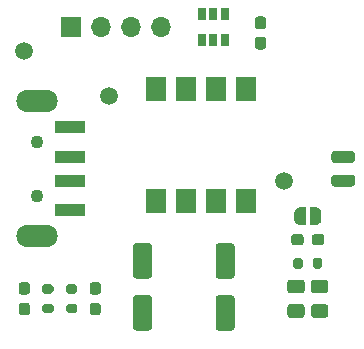
<source format=gts>
G04 #@! TF.GenerationSoftware,KiCad,Pcbnew,5.1.10*
G04 #@! TF.CreationDate,2021-09-07T22:45:51+08:00*
G04 #@! TF.ProjectId,nypx06,6e797078-3036-42e6-9b69-6361645f7063,rev?*
G04 #@! TF.SameCoordinates,Original*
G04 #@! TF.FileFunction,Soldermask,Top*
G04 #@! TF.FilePolarity,Negative*
%FSLAX46Y46*%
G04 Gerber Fmt 4.6, Leading zero omitted, Abs format (unit mm)*
G04 Created by KiCad (PCBNEW 5.1.10) date 2021-09-07 22:45:51*
%MOMM*%
%LPD*%
G01*
G04 APERTURE LIST*
%ADD10C,1.100000*%
%ADD11O,3.500000X1.900000*%
%ADD12R,2.500000X1.100000*%
%ADD13R,1.780000X2.000000*%
%ADD14R,0.650000X1.060000*%
%ADD15C,1.500000*%
%ADD16C,0.100000*%
%ADD17O,1.700000X1.700000*%
%ADD18R,1.700000X1.700000*%
G04 APERTURE END LIST*
G36*
G01*
X122037500Y-123175000D02*
X121562500Y-123175000D01*
G75*
G02*
X121325000Y-122937500I0J237500D01*
G01*
X121325000Y-122337500D01*
G75*
G02*
X121562500Y-122100000I237500J0D01*
G01*
X122037500Y-122100000D01*
G75*
G02*
X122275000Y-122337500I0J-237500D01*
G01*
X122275000Y-122937500D01*
G75*
G02*
X122037500Y-123175000I-237500J0D01*
G01*
G37*
G36*
G01*
X122037500Y-124900000D02*
X121562500Y-124900000D01*
G75*
G02*
X121325000Y-124662500I0J237500D01*
G01*
X121325000Y-124062500D01*
G75*
G02*
X121562500Y-123825000I237500J0D01*
G01*
X122037500Y-123825000D01*
G75*
G02*
X122275000Y-124062500I0J-237500D01*
G01*
X122275000Y-124662500D01*
G75*
G02*
X122037500Y-124900000I-237500J0D01*
G01*
G37*
D10*
X102900000Y-132700000D03*
X102900000Y-137300000D03*
D11*
X102900000Y-129300000D03*
X102900000Y-140700000D03*
D12*
X105650000Y-131500000D03*
X105650000Y-138500000D03*
X105650000Y-134000000D03*
X105650000Y-136000000D03*
D13*
X112990000Y-128235000D03*
X120610000Y-137765000D03*
X115530000Y-128235000D03*
X118070000Y-137765000D03*
X118070000Y-128235000D03*
X115530000Y-137765000D03*
X120610000Y-128235000D03*
X112990000Y-137765000D03*
D14*
X117800000Y-124100000D03*
X118750000Y-124100000D03*
X116850000Y-124100000D03*
X116850000Y-121900000D03*
X117800000Y-121900000D03*
X118750000Y-121900000D03*
D15*
X123800000Y-136000000D03*
X101800000Y-125000000D03*
X109000000Y-128800000D03*
G36*
G01*
X106075000Y-145575000D02*
X105525000Y-145575000D01*
G75*
G02*
X105325000Y-145375000I0J200000D01*
G01*
X105325000Y-144975000D01*
G75*
G02*
X105525000Y-144775000I200000J0D01*
G01*
X106075000Y-144775000D01*
G75*
G02*
X106275000Y-144975000I0J-200000D01*
G01*
X106275000Y-145375000D01*
G75*
G02*
X106075000Y-145575000I-200000J0D01*
G01*
G37*
G36*
G01*
X106075000Y-147225000D02*
X105525000Y-147225000D01*
G75*
G02*
X105325000Y-147025000I0J200000D01*
G01*
X105325000Y-146625000D01*
G75*
G02*
X105525000Y-146425000I200000J0D01*
G01*
X106075000Y-146425000D01*
G75*
G02*
X106275000Y-146625000I0J-200000D01*
G01*
X106275000Y-147025000D01*
G75*
G02*
X106075000Y-147225000I-200000J0D01*
G01*
G37*
G36*
G01*
X126225000Y-143275000D02*
X126225000Y-142725000D01*
G75*
G02*
X126425000Y-142525000I200000J0D01*
G01*
X126825000Y-142525000D01*
G75*
G02*
X127025000Y-142725000I0J-200000D01*
G01*
X127025000Y-143275000D01*
G75*
G02*
X126825000Y-143475000I-200000J0D01*
G01*
X126425000Y-143475000D01*
G75*
G02*
X126225000Y-143275000I0J200000D01*
G01*
G37*
G36*
G01*
X124575000Y-143275000D02*
X124575000Y-142725000D01*
G75*
G02*
X124775000Y-142525000I200000J0D01*
G01*
X125175000Y-142525000D01*
G75*
G02*
X125375000Y-142725000I0J-200000D01*
G01*
X125375000Y-143275000D01*
G75*
G02*
X125175000Y-143475000I-200000J0D01*
G01*
X124775000Y-143475000D01*
G75*
G02*
X124575000Y-143275000I0J200000D01*
G01*
G37*
G36*
G01*
X103525000Y-146425000D02*
X104075000Y-146425000D01*
G75*
G02*
X104275000Y-146625000I0J-200000D01*
G01*
X104275000Y-147025000D01*
G75*
G02*
X104075000Y-147225000I-200000J0D01*
G01*
X103525000Y-147225000D01*
G75*
G02*
X103325000Y-147025000I0J200000D01*
G01*
X103325000Y-146625000D01*
G75*
G02*
X103525000Y-146425000I200000J0D01*
G01*
G37*
G36*
G01*
X103525000Y-144775000D02*
X104075000Y-144775000D01*
G75*
G02*
X104275000Y-144975000I0J-200000D01*
G01*
X104275000Y-145375000D01*
G75*
G02*
X104075000Y-145575000I-200000J0D01*
G01*
X103525000Y-145575000D01*
G75*
G02*
X103325000Y-145375000I0J200000D01*
G01*
X103325000Y-144975000D01*
G75*
G02*
X103525000Y-144775000I200000J0D01*
G01*
G37*
D16*
G36*
X125950000Y-138250000D02*
G01*
X126450000Y-138250000D01*
X126450000Y-138250602D01*
X126474534Y-138250602D01*
X126523365Y-138255412D01*
X126571490Y-138264984D01*
X126618445Y-138279228D01*
X126663778Y-138298005D01*
X126707051Y-138321136D01*
X126747850Y-138348396D01*
X126785779Y-138379524D01*
X126820476Y-138414221D01*
X126851604Y-138452150D01*
X126878864Y-138492949D01*
X126901995Y-138536222D01*
X126920772Y-138581555D01*
X126935016Y-138628510D01*
X126944588Y-138676635D01*
X126949398Y-138725466D01*
X126949398Y-138750000D01*
X126950000Y-138750000D01*
X126950000Y-139250000D01*
X126949398Y-139250000D01*
X126949398Y-139274534D01*
X126944588Y-139323365D01*
X126935016Y-139371490D01*
X126920772Y-139418445D01*
X126901995Y-139463778D01*
X126878864Y-139507051D01*
X126851604Y-139547850D01*
X126820476Y-139585779D01*
X126785779Y-139620476D01*
X126747850Y-139651604D01*
X126707051Y-139678864D01*
X126663778Y-139701995D01*
X126618445Y-139720772D01*
X126571490Y-139735016D01*
X126523365Y-139744588D01*
X126474534Y-139749398D01*
X126450000Y-139749398D01*
X126450000Y-139750000D01*
X125950000Y-139750000D01*
X125950000Y-138250000D01*
G37*
G36*
X125150000Y-139749398D02*
G01*
X125125466Y-139749398D01*
X125076635Y-139744588D01*
X125028510Y-139735016D01*
X124981555Y-139720772D01*
X124936222Y-139701995D01*
X124892949Y-139678864D01*
X124852150Y-139651604D01*
X124814221Y-139620476D01*
X124779524Y-139585779D01*
X124748396Y-139547850D01*
X124721136Y-139507051D01*
X124698005Y-139463778D01*
X124679228Y-139418445D01*
X124664984Y-139371490D01*
X124655412Y-139323365D01*
X124650602Y-139274534D01*
X124650602Y-139250000D01*
X124650000Y-139250000D01*
X124650000Y-138750000D01*
X124650602Y-138750000D01*
X124650602Y-138725466D01*
X124655412Y-138676635D01*
X124664984Y-138628510D01*
X124679228Y-138581555D01*
X124698005Y-138536222D01*
X124721136Y-138492949D01*
X124748396Y-138452150D01*
X124779524Y-138414221D01*
X124814221Y-138379524D01*
X124852150Y-138348396D01*
X124892949Y-138321136D01*
X124936222Y-138298005D01*
X124981555Y-138279228D01*
X125028510Y-138264984D01*
X125076635Y-138255412D01*
X125125466Y-138250602D01*
X125150000Y-138250602D01*
X125150000Y-138250000D01*
X125650000Y-138250000D01*
X125650000Y-139750000D01*
X125150000Y-139750000D01*
X125150000Y-139749398D01*
G37*
G36*
G01*
X129550000Y-136500000D02*
X128050000Y-136500000D01*
G75*
G02*
X127800000Y-136250000I0J250000D01*
G01*
X127800000Y-135750000D01*
G75*
G02*
X128050000Y-135500000I250000J0D01*
G01*
X129550000Y-135500000D01*
G75*
G02*
X129800000Y-135750000I0J-250000D01*
G01*
X129800000Y-136250000D01*
G75*
G02*
X129550000Y-136500000I-250000J0D01*
G01*
G37*
G36*
G01*
X129550000Y-134500000D02*
X128050000Y-134500000D01*
G75*
G02*
X127800000Y-134250000I0J250000D01*
G01*
X127800000Y-133750000D01*
G75*
G02*
X128050000Y-133500000I250000J0D01*
G01*
X129550000Y-133500000D01*
G75*
G02*
X129800000Y-133750000I0J-250000D01*
G01*
X129800000Y-134250000D01*
G75*
G02*
X129550000Y-134500000I-250000J0D01*
G01*
G37*
D17*
X113340000Y-123000000D03*
X110800000Y-123000000D03*
X108260000Y-123000000D03*
D18*
X105720000Y-123000000D03*
G36*
G01*
X126150000Y-141237500D02*
X126150000Y-140762500D01*
G75*
G02*
X126387500Y-140525000I237500J0D01*
G01*
X126962500Y-140525000D01*
G75*
G02*
X127200000Y-140762500I0J-237500D01*
G01*
X127200000Y-141237500D01*
G75*
G02*
X126962500Y-141475000I-237500J0D01*
G01*
X126387500Y-141475000D01*
G75*
G02*
X126150000Y-141237500I0J237500D01*
G01*
G37*
G36*
G01*
X124400000Y-141237500D02*
X124400000Y-140762500D01*
G75*
G02*
X124637500Y-140525000I237500J0D01*
G01*
X125212500Y-140525000D01*
G75*
G02*
X125450000Y-140762500I0J-237500D01*
G01*
X125450000Y-141237500D01*
G75*
G02*
X125212500Y-141475000I-237500J0D01*
G01*
X124637500Y-141475000D01*
G75*
G02*
X124400000Y-141237500I0J237500D01*
G01*
G37*
G36*
G01*
X108037500Y-145650000D02*
X107562500Y-145650000D01*
G75*
G02*
X107325000Y-145412500I0J237500D01*
G01*
X107325000Y-144837500D01*
G75*
G02*
X107562500Y-144600000I237500J0D01*
G01*
X108037500Y-144600000D01*
G75*
G02*
X108275000Y-144837500I0J-237500D01*
G01*
X108275000Y-145412500D01*
G75*
G02*
X108037500Y-145650000I-237500J0D01*
G01*
G37*
G36*
G01*
X108037500Y-147400000D02*
X107562500Y-147400000D01*
G75*
G02*
X107325000Y-147162500I0J237500D01*
G01*
X107325000Y-146587500D01*
G75*
G02*
X107562500Y-146350000I237500J0D01*
G01*
X108037500Y-146350000D01*
G75*
G02*
X108275000Y-146587500I0J-237500D01*
G01*
X108275000Y-147162500D01*
G75*
G02*
X108037500Y-147400000I-237500J0D01*
G01*
G37*
G36*
G01*
X102037500Y-147400000D02*
X101562500Y-147400000D01*
G75*
G02*
X101325000Y-147162500I0J237500D01*
G01*
X101325000Y-146587500D01*
G75*
G02*
X101562500Y-146350000I237500J0D01*
G01*
X102037500Y-146350000D01*
G75*
G02*
X102275000Y-146587500I0J-237500D01*
G01*
X102275000Y-147162500D01*
G75*
G02*
X102037500Y-147400000I-237500J0D01*
G01*
G37*
G36*
G01*
X102037500Y-145650000D02*
X101562500Y-145650000D01*
G75*
G02*
X101325000Y-145412500I0J237500D01*
G01*
X101325000Y-144837500D01*
G75*
G02*
X101562500Y-144600000I237500J0D01*
G01*
X102037500Y-144600000D01*
G75*
G02*
X102275000Y-144837500I0J-237500D01*
G01*
X102275000Y-145412500D01*
G75*
G02*
X102037500Y-145650000I-237500J0D01*
G01*
G37*
G36*
G01*
X111250000Y-145700000D02*
X112350000Y-145700000D01*
G75*
G02*
X112600000Y-145950000I0J-250000D01*
G01*
X112600000Y-148450000D01*
G75*
G02*
X112350000Y-148700000I-250000J0D01*
G01*
X111250000Y-148700000D01*
G75*
G02*
X111000000Y-148450000I0J250000D01*
G01*
X111000000Y-145950000D01*
G75*
G02*
X111250000Y-145700000I250000J0D01*
G01*
G37*
G36*
G01*
X111250000Y-141300000D02*
X112350000Y-141300000D01*
G75*
G02*
X112600000Y-141550000I0J-250000D01*
G01*
X112600000Y-144050000D01*
G75*
G02*
X112350000Y-144300000I-250000J0D01*
G01*
X111250000Y-144300000D01*
G75*
G02*
X111000000Y-144050000I0J250000D01*
G01*
X111000000Y-141550000D01*
G75*
G02*
X111250000Y-141300000I250000J0D01*
G01*
G37*
G36*
G01*
X118250000Y-145700000D02*
X119350000Y-145700000D01*
G75*
G02*
X119600000Y-145950000I0J-250000D01*
G01*
X119600000Y-148450000D01*
G75*
G02*
X119350000Y-148700000I-250000J0D01*
G01*
X118250000Y-148700000D01*
G75*
G02*
X118000000Y-148450000I0J250000D01*
G01*
X118000000Y-145950000D01*
G75*
G02*
X118250000Y-145700000I250000J0D01*
G01*
G37*
G36*
G01*
X118250000Y-141300000D02*
X119350000Y-141300000D01*
G75*
G02*
X119600000Y-141550000I0J-250000D01*
G01*
X119600000Y-144050000D01*
G75*
G02*
X119350000Y-144300000I-250000J0D01*
G01*
X118250000Y-144300000D01*
G75*
G02*
X118000000Y-144050000I0J250000D01*
G01*
X118000000Y-141550000D01*
G75*
G02*
X118250000Y-141300000I250000J0D01*
G01*
G37*
G36*
G01*
X126325000Y-146450000D02*
X127275000Y-146450000D01*
G75*
G02*
X127525000Y-146700000I0J-250000D01*
G01*
X127525000Y-147375000D01*
G75*
G02*
X127275000Y-147625000I-250000J0D01*
G01*
X126325000Y-147625000D01*
G75*
G02*
X126075000Y-147375000I0J250000D01*
G01*
X126075000Y-146700000D01*
G75*
G02*
X126325000Y-146450000I250000J0D01*
G01*
G37*
G36*
G01*
X126325000Y-144375000D02*
X127275000Y-144375000D01*
G75*
G02*
X127525000Y-144625000I0J-250000D01*
G01*
X127525000Y-145300000D01*
G75*
G02*
X127275000Y-145550000I-250000J0D01*
G01*
X126325000Y-145550000D01*
G75*
G02*
X126075000Y-145300000I0J250000D01*
G01*
X126075000Y-144625000D01*
G75*
G02*
X126325000Y-144375000I250000J0D01*
G01*
G37*
G36*
G01*
X124325000Y-146450000D02*
X125275000Y-146450000D01*
G75*
G02*
X125525000Y-146700000I0J-250000D01*
G01*
X125525000Y-147375000D01*
G75*
G02*
X125275000Y-147625000I-250000J0D01*
G01*
X124325000Y-147625000D01*
G75*
G02*
X124075000Y-147375000I0J250000D01*
G01*
X124075000Y-146700000D01*
G75*
G02*
X124325000Y-146450000I250000J0D01*
G01*
G37*
G36*
G01*
X124325000Y-144375000D02*
X125275000Y-144375000D01*
G75*
G02*
X125525000Y-144625000I0J-250000D01*
G01*
X125525000Y-145300000D01*
G75*
G02*
X125275000Y-145550000I-250000J0D01*
G01*
X124325000Y-145550000D01*
G75*
G02*
X124075000Y-145300000I0J250000D01*
G01*
X124075000Y-144625000D01*
G75*
G02*
X124325000Y-144375000I250000J0D01*
G01*
G37*
M02*

</source>
